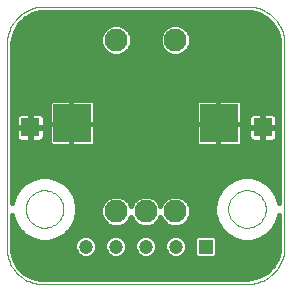
<source format=gtl>
G75*
G70*
%OFA0B0*%
%FSLAX24Y24*%
%IPPOS*%
%LPD*%
%AMOC8*
5,1,8,0,0,1.08239X$1,22.5*
%
%ADD10C,0.0000*%
%ADD11C,0.0768*%
%ADD12R,0.1266X0.1266*%
%ADD13R,0.0472X0.0472*%
%ADD14C,0.0472*%
%ADD15R,0.0600X0.0600*%
%ADD16C,0.0160*%
D10*
X001905Y000705D02*
X008655Y000705D01*
X008723Y000707D01*
X008790Y000712D01*
X008857Y000721D01*
X008924Y000734D01*
X008989Y000751D01*
X009054Y000770D01*
X009118Y000794D01*
X009180Y000821D01*
X009241Y000851D01*
X009299Y000884D01*
X009356Y000920D01*
X009411Y000960D01*
X009464Y001002D01*
X009515Y001048D01*
X009562Y001095D01*
X009608Y001146D01*
X009650Y001199D01*
X009690Y001254D01*
X009726Y001311D01*
X009759Y001369D01*
X009789Y001430D01*
X009816Y001492D01*
X009840Y001556D01*
X009859Y001621D01*
X009876Y001686D01*
X009889Y001753D01*
X009898Y001820D01*
X009903Y001887D01*
X009905Y001955D01*
X009905Y008705D01*
X009903Y008773D01*
X009898Y008840D01*
X009889Y008907D01*
X009876Y008974D01*
X009859Y009039D01*
X009840Y009104D01*
X009816Y009168D01*
X009789Y009230D01*
X009759Y009291D01*
X009726Y009349D01*
X009690Y009406D01*
X009650Y009461D01*
X009608Y009514D01*
X009562Y009565D01*
X009515Y009612D01*
X009464Y009658D01*
X009411Y009700D01*
X009356Y009740D01*
X009299Y009776D01*
X009241Y009809D01*
X009180Y009839D01*
X009118Y009866D01*
X009054Y009890D01*
X008989Y009909D01*
X008924Y009926D01*
X008857Y009939D01*
X008790Y009948D01*
X008723Y009953D01*
X008655Y009955D01*
X001905Y009955D01*
X001837Y009953D01*
X001770Y009948D01*
X001703Y009939D01*
X001636Y009926D01*
X001571Y009909D01*
X001506Y009890D01*
X001442Y009866D01*
X001380Y009839D01*
X001319Y009809D01*
X001261Y009776D01*
X001204Y009740D01*
X001149Y009700D01*
X001096Y009658D01*
X001045Y009612D01*
X000998Y009565D01*
X000952Y009514D01*
X000910Y009461D01*
X000870Y009406D01*
X000834Y009349D01*
X000801Y009291D01*
X000771Y009230D01*
X000744Y009168D01*
X000720Y009104D01*
X000701Y009039D01*
X000684Y008974D01*
X000671Y008907D01*
X000662Y008840D01*
X000657Y008773D01*
X000655Y008705D01*
X000655Y001955D01*
X000656Y001955D02*
X000654Y001889D01*
X000656Y001823D01*
X000662Y001757D01*
X000671Y001691D01*
X000684Y001626D01*
X000701Y001561D01*
X000721Y001498D01*
X000745Y001436D01*
X000772Y001376D01*
X000803Y001317D01*
X000837Y001259D01*
X000874Y001204D01*
X000914Y001151D01*
X000957Y001101D01*
X001002Y001052D01*
X001051Y001007D01*
X001101Y000964D01*
X001154Y000924D01*
X001209Y000887D01*
X001267Y000853D01*
X001326Y000822D01*
X001386Y000795D01*
X001448Y000771D01*
X001511Y000751D01*
X001576Y000734D01*
X001641Y000721D01*
X001707Y000712D01*
X001773Y000706D01*
X001839Y000704D01*
X001905Y000706D01*
X001280Y003205D02*
X001282Y003255D01*
X001288Y003304D01*
X001298Y003353D01*
X001311Y003400D01*
X001329Y003447D01*
X001350Y003492D01*
X001374Y003535D01*
X001402Y003576D01*
X001433Y003615D01*
X001467Y003651D01*
X001504Y003685D01*
X001544Y003715D01*
X001585Y003742D01*
X001629Y003766D01*
X001674Y003786D01*
X001721Y003802D01*
X001769Y003815D01*
X001818Y003824D01*
X001868Y003829D01*
X001917Y003830D01*
X001967Y003827D01*
X002016Y003820D01*
X002065Y003809D01*
X002112Y003795D01*
X002158Y003776D01*
X002203Y003754D01*
X002246Y003729D01*
X002286Y003700D01*
X002324Y003668D01*
X002360Y003634D01*
X002393Y003596D01*
X002422Y003556D01*
X002448Y003514D01*
X002471Y003470D01*
X002490Y003424D01*
X002506Y003377D01*
X002518Y003328D01*
X002526Y003279D01*
X002530Y003230D01*
X002530Y003180D01*
X002526Y003131D01*
X002518Y003082D01*
X002506Y003033D01*
X002490Y002986D01*
X002471Y002940D01*
X002448Y002896D01*
X002422Y002854D01*
X002393Y002814D01*
X002360Y002776D01*
X002324Y002742D01*
X002286Y002710D01*
X002246Y002681D01*
X002203Y002656D01*
X002158Y002634D01*
X002112Y002615D01*
X002065Y002601D01*
X002016Y002590D01*
X001967Y002583D01*
X001917Y002580D01*
X001868Y002581D01*
X001818Y002586D01*
X001769Y002595D01*
X001721Y002608D01*
X001674Y002624D01*
X001629Y002644D01*
X001585Y002668D01*
X001544Y002695D01*
X001504Y002725D01*
X001467Y002759D01*
X001433Y002795D01*
X001402Y002834D01*
X001374Y002875D01*
X001350Y002918D01*
X001329Y002963D01*
X001311Y003010D01*
X001298Y003057D01*
X001288Y003106D01*
X001282Y003155D01*
X001280Y003205D01*
X008030Y003205D02*
X008032Y003255D01*
X008038Y003304D01*
X008048Y003353D01*
X008061Y003400D01*
X008079Y003447D01*
X008100Y003492D01*
X008124Y003535D01*
X008152Y003576D01*
X008183Y003615D01*
X008217Y003651D01*
X008254Y003685D01*
X008294Y003715D01*
X008335Y003742D01*
X008379Y003766D01*
X008424Y003786D01*
X008471Y003802D01*
X008519Y003815D01*
X008568Y003824D01*
X008618Y003829D01*
X008667Y003830D01*
X008717Y003827D01*
X008766Y003820D01*
X008815Y003809D01*
X008862Y003795D01*
X008908Y003776D01*
X008953Y003754D01*
X008996Y003729D01*
X009036Y003700D01*
X009074Y003668D01*
X009110Y003634D01*
X009143Y003596D01*
X009172Y003556D01*
X009198Y003514D01*
X009221Y003470D01*
X009240Y003424D01*
X009256Y003377D01*
X009268Y003328D01*
X009276Y003279D01*
X009280Y003230D01*
X009280Y003180D01*
X009276Y003131D01*
X009268Y003082D01*
X009256Y003033D01*
X009240Y002986D01*
X009221Y002940D01*
X009198Y002896D01*
X009172Y002854D01*
X009143Y002814D01*
X009110Y002776D01*
X009074Y002742D01*
X009036Y002710D01*
X008996Y002681D01*
X008953Y002656D01*
X008908Y002634D01*
X008862Y002615D01*
X008815Y002601D01*
X008766Y002590D01*
X008717Y002583D01*
X008667Y002580D01*
X008618Y002581D01*
X008568Y002586D01*
X008519Y002595D01*
X008471Y002608D01*
X008424Y002624D01*
X008379Y002644D01*
X008335Y002668D01*
X008294Y002695D01*
X008254Y002725D01*
X008217Y002759D01*
X008183Y002795D01*
X008152Y002834D01*
X008124Y002875D01*
X008100Y002918D01*
X008079Y002963D01*
X008061Y003010D01*
X008048Y003057D01*
X008038Y003106D01*
X008032Y003155D01*
X008030Y003205D01*
D11*
X006264Y003127D03*
X005280Y003127D03*
X004296Y003127D03*
X004296Y008836D03*
X006264Y008836D03*
D12*
X007728Y006080D03*
X002832Y006080D03*
D13*
X007280Y001955D03*
D14*
X006280Y001955D03*
X005280Y001955D03*
X004280Y001955D03*
X003280Y001955D03*
D15*
X001430Y005930D03*
X009180Y005930D03*
D16*
X009356Y001156D02*
X001166Y001156D01*
X001235Y001087D02*
X001037Y001285D01*
X000900Y001531D01*
X000837Y001805D01*
X000835Y001931D01*
X000835Y001950D01*
X000839Y002020D01*
X000835Y002024D01*
X000835Y002995D01*
X000891Y002785D01*
X001035Y002537D01*
X001237Y002335D01*
X001485Y002191D01*
X001762Y002117D01*
X002048Y002117D01*
X002325Y002191D01*
X002573Y002335D01*
X002775Y002537D01*
X002919Y002785D01*
X002993Y003062D01*
X002993Y003348D01*
X002919Y003625D01*
X002775Y003873D01*
X002573Y004075D01*
X002325Y004219D01*
X002048Y004293D01*
X001762Y004293D01*
X001485Y004219D01*
X001237Y004075D01*
X001035Y003873D01*
X000891Y003625D01*
X000835Y003415D01*
X000835Y008630D01*
X000835Y008705D01*
X000844Y008845D01*
X000916Y009114D01*
X001056Y009356D01*
X001254Y009554D01*
X001496Y009694D01*
X001765Y009766D01*
X001905Y009775D01*
X008655Y009775D01*
X008795Y009766D01*
X009064Y009694D01*
X009306Y009554D01*
X009504Y009356D01*
X009644Y009114D01*
X009716Y008845D01*
X009725Y008705D01*
X009725Y003415D01*
X009669Y003625D01*
X009525Y003873D01*
X009323Y004075D01*
X009075Y004219D01*
X008798Y004293D01*
X008512Y004293D01*
X008235Y004219D01*
X007987Y004075D01*
X007785Y003873D01*
X007641Y003625D01*
X007567Y003348D01*
X007567Y003062D01*
X007641Y002785D01*
X007785Y002537D01*
X007987Y002335D01*
X008235Y002191D01*
X008512Y002117D01*
X008798Y002117D01*
X009075Y002191D01*
X009323Y002335D01*
X009525Y002537D01*
X009669Y002785D01*
X009725Y002995D01*
X009725Y001955D01*
X009716Y001815D01*
X009644Y001546D01*
X009504Y001304D01*
X009306Y001106D01*
X009064Y000966D01*
X008795Y000894D01*
X008655Y000885D01*
X001974Y000885D01*
X001970Y000889D01*
X001900Y000885D01*
X001881Y000885D01*
X001755Y000887D01*
X001481Y000950D01*
X001235Y001087D01*
X001397Y000997D02*
X009117Y000997D01*
X009510Y001314D02*
X001021Y001314D01*
X000933Y001473D02*
X009601Y001473D01*
X009666Y001631D02*
X007626Y001631D01*
X007656Y001661D02*
X007574Y001579D01*
X006986Y001579D01*
X006904Y001661D01*
X006904Y002249D01*
X006986Y002331D01*
X007574Y002331D01*
X007656Y002249D01*
X007656Y001661D01*
X007656Y001790D02*
X009709Y001790D01*
X009725Y001948D02*
X007656Y001948D01*
X007656Y002107D02*
X009725Y002107D01*
X009725Y002265D02*
X009202Y002265D01*
X009412Y002424D02*
X009725Y002424D01*
X009725Y002582D02*
X009551Y002582D01*
X009643Y002741D02*
X009725Y002741D01*
X009725Y002899D02*
X009699Y002899D01*
X009693Y003533D02*
X009725Y003533D01*
X009725Y003692D02*
X009630Y003692D01*
X009539Y003850D02*
X009725Y003850D01*
X009725Y004009D02*
X009390Y004009D01*
X009164Y004167D02*
X009725Y004167D01*
X009725Y004326D02*
X000835Y004326D01*
X000835Y004167D02*
X001396Y004167D01*
X001170Y004009D02*
X000835Y004009D01*
X000835Y003850D02*
X001021Y003850D01*
X000930Y003692D02*
X000835Y003692D01*
X000835Y003533D02*
X000867Y003533D01*
X000835Y002899D02*
X000861Y002899D01*
X000835Y002741D02*
X000917Y002741D01*
X000835Y002582D02*
X001009Y002582D01*
X001148Y002424D02*
X000835Y002424D01*
X000835Y002265D02*
X001358Y002265D01*
X000835Y002107D02*
X002936Y002107D01*
X002961Y002168D02*
X002904Y002030D01*
X002904Y001880D01*
X002961Y001742D01*
X003067Y001636D01*
X003205Y001579D01*
X003355Y001579D01*
X003493Y001636D01*
X003599Y001742D01*
X003656Y001880D01*
X003656Y002030D01*
X003599Y002168D01*
X003493Y002274D01*
X003355Y002331D01*
X003205Y002331D01*
X003067Y002274D01*
X002961Y002168D01*
X003058Y002265D02*
X002452Y002265D01*
X002662Y002424D02*
X007898Y002424D01*
X007759Y002582D02*
X002801Y002582D01*
X002893Y002741D02*
X003942Y002741D01*
X003999Y002683D02*
X004192Y002603D01*
X004400Y002603D01*
X004592Y002683D01*
X004740Y002831D01*
X004788Y002946D01*
X004836Y002831D01*
X004983Y002683D01*
X005176Y002603D01*
X005384Y002603D01*
X005577Y002683D01*
X005724Y002831D01*
X005772Y002946D01*
X005820Y002831D01*
X005968Y002683D01*
X006160Y002603D01*
X006368Y002603D01*
X006561Y002683D01*
X006708Y002831D01*
X006788Y003023D01*
X006788Y003231D01*
X006708Y003424D01*
X006561Y003571D01*
X006368Y003651D01*
X006160Y003651D01*
X005968Y003571D01*
X005820Y003424D01*
X005772Y003308D01*
X005724Y003424D01*
X005577Y003571D01*
X005384Y003651D01*
X005176Y003651D01*
X004983Y003571D01*
X004836Y003424D01*
X004788Y003308D01*
X004740Y003424D01*
X004592Y003571D01*
X004400Y003651D01*
X004192Y003651D01*
X003999Y003571D01*
X003852Y003424D01*
X003772Y003231D01*
X003772Y003023D01*
X003852Y002831D01*
X003999Y002683D01*
X003823Y002899D02*
X002949Y002899D01*
X002992Y003058D02*
X003772Y003058D01*
X003772Y003216D02*
X002993Y003216D01*
X002986Y003375D02*
X003831Y003375D01*
X003961Y003533D02*
X002943Y003533D01*
X002880Y003692D02*
X007680Y003692D01*
X007771Y003850D02*
X002789Y003850D01*
X002640Y004009D02*
X007920Y004009D01*
X008146Y004167D02*
X002414Y004167D01*
X002805Y005180D02*
X002805Y007180D01*
X002141Y006853D02*
X002059Y006771D01*
X002059Y005389D01*
X002141Y005307D01*
X003523Y005307D01*
X003605Y005389D01*
X003605Y006771D01*
X003523Y006853D01*
X002141Y006853D01*
X002059Y006703D02*
X000835Y006703D01*
X000835Y006862D02*
X009725Y006862D01*
X009725Y006703D02*
X008501Y006703D01*
X008501Y006771D02*
X008419Y006853D01*
X007037Y006853D01*
X006955Y006771D01*
X006955Y005389D01*
X007037Y005307D01*
X008419Y005307D01*
X008501Y005389D01*
X008501Y006771D01*
X008501Y006545D02*
X009725Y006545D01*
X009725Y006386D02*
X009570Y006386D01*
X009549Y006398D02*
X009504Y006410D01*
X009200Y006410D01*
X009200Y005950D01*
X009660Y005950D01*
X009660Y006254D01*
X009648Y006299D01*
X009624Y006341D01*
X009591Y006374D01*
X009549Y006398D01*
X009660Y006228D02*
X009725Y006228D01*
X009725Y006069D02*
X009660Y006069D01*
X009660Y005910D02*
X009200Y005910D01*
X009200Y005950D01*
X009160Y005950D01*
X009160Y006410D01*
X008856Y006410D01*
X008811Y006398D01*
X008769Y006374D01*
X008736Y006341D01*
X008712Y006299D01*
X008700Y006254D01*
X008700Y005950D01*
X009160Y005950D01*
X009160Y005910D01*
X009200Y005910D01*
X009200Y005450D01*
X009504Y005450D01*
X009549Y005462D01*
X009591Y005486D01*
X009624Y005519D01*
X009648Y005561D01*
X009660Y005606D01*
X009660Y005910D01*
X009725Y005911D02*
X009200Y005911D01*
X009160Y005911D02*
X008501Y005911D01*
X008555Y006055D02*
X006805Y006055D01*
X006955Y006069D02*
X003605Y006069D01*
X003605Y005911D02*
X006955Y005911D01*
X006955Y005752D02*
X003605Y005752D01*
X003605Y005594D02*
X006955Y005594D01*
X006955Y005435D02*
X003605Y005435D01*
X003805Y006055D02*
X002055Y006055D01*
X002059Y006069D02*
X001910Y006069D01*
X001910Y005950D02*
X001910Y006254D01*
X001898Y006299D01*
X001874Y006341D01*
X001841Y006374D01*
X001799Y006398D01*
X001754Y006410D01*
X001450Y006410D01*
X001450Y005950D01*
X001910Y005950D01*
X001910Y005910D02*
X001450Y005910D01*
X001450Y005950D01*
X001410Y005950D01*
X001410Y006410D01*
X001106Y006410D01*
X001061Y006398D01*
X001019Y006374D01*
X000986Y006341D01*
X000962Y006299D01*
X000950Y006254D01*
X000950Y005950D01*
X001410Y005950D01*
X001410Y005910D01*
X001450Y005910D01*
X001450Y005450D01*
X001754Y005450D01*
X001799Y005462D01*
X001841Y005486D01*
X001874Y005519D01*
X001898Y005561D01*
X001910Y005606D01*
X001910Y005910D01*
X002059Y005911D02*
X001450Y005911D01*
X001410Y005911D02*
X000835Y005911D01*
X000950Y005910D02*
X000950Y005606D01*
X000962Y005561D01*
X000986Y005519D01*
X001019Y005486D01*
X001061Y005462D01*
X001106Y005450D01*
X001410Y005450D01*
X001410Y005910D01*
X000950Y005910D01*
X000950Y006069D02*
X000835Y006069D01*
X000835Y006228D02*
X000950Y006228D01*
X001040Y006386D02*
X000835Y006386D01*
X000835Y006545D02*
X002059Y006545D01*
X002059Y006386D02*
X001820Y006386D01*
X001910Y006228D02*
X002059Y006228D01*
X002059Y005752D02*
X001910Y005752D01*
X001907Y005594D02*
X002059Y005594D01*
X002059Y005435D02*
X000835Y005435D01*
X000835Y005277D02*
X009725Y005277D01*
X009725Y005435D02*
X008501Y005435D01*
X008501Y005594D02*
X008703Y005594D01*
X008700Y005606D02*
X008712Y005561D01*
X008736Y005519D01*
X008769Y005486D01*
X008811Y005462D01*
X008856Y005450D01*
X009160Y005450D01*
X009160Y005910D01*
X008700Y005910D01*
X008700Y005606D01*
X008700Y005752D02*
X008501Y005752D01*
X008501Y006069D02*
X008700Y006069D01*
X008700Y006228D02*
X008501Y006228D01*
X008501Y006386D02*
X008790Y006386D01*
X009160Y006386D02*
X009200Y006386D01*
X009200Y006228D02*
X009160Y006228D01*
X009160Y006069D02*
X009200Y006069D01*
X009200Y005752D02*
X009160Y005752D01*
X009160Y005594D02*
X009200Y005594D01*
X009657Y005594D02*
X009725Y005594D01*
X009725Y005752D02*
X009660Y005752D01*
X009725Y005118D02*
X000835Y005118D01*
X000835Y004960D02*
X009725Y004960D01*
X009725Y004801D02*
X000835Y004801D01*
X000835Y004643D02*
X009725Y004643D01*
X009725Y004484D02*
X000835Y004484D01*
X000835Y005594D02*
X000953Y005594D01*
X000950Y005752D02*
X000835Y005752D01*
X001410Y005752D02*
X001450Y005752D01*
X001450Y005594D02*
X001410Y005594D01*
X001410Y006069D02*
X001450Y006069D01*
X001450Y006228D02*
X001410Y006228D01*
X001410Y006386D02*
X001450Y006386D01*
X000835Y007020D02*
X009725Y007020D01*
X009725Y007179D02*
X000835Y007179D01*
X000835Y007337D02*
X009725Y007337D01*
X009725Y007496D02*
X000835Y007496D01*
X000835Y007654D02*
X009725Y007654D01*
X009725Y007813D02*
X000835Y007813D01*
X000835Y007971D02*
X009725Y007971D01*
X009725Y008130D02*
X000835Y008130D01*
X000835Y008288D02*
X009725Y008288D01*
X009725Y008447D02*
X006616Y008447D01*
X006561Y008392D02*
X006708Y008539D01*
X006788Y008732D01*
X006788Y008940D01*
X006708Y009133D01*
X006561Y009280D01*
X006368Y009360D01*
X006160Y009360D01*
X005968Y009280D01*
X005820Y009133D01*
X005740Y008940D01*
X005740Y008732D01*
X005820Y008539D01*
X005968Y008392D01*
X006160Y008312D01*
X006368Y008312D01*
X006561Y008392D01*
X006736Y008605D02*
X009725Y008605D01*
X009721Y008764D02*
X006788Y008764D01*
X006788Y008922D02*
X009695Y008922D01*
X009653Y009081D02*
X006730Y009081D01*
X006602Y009239D02*
X009572Y009239D01*
X009463Y009398D02*
X001097Y009398D01*
X000988Y009239D02*
X003958Y009239D01*
X003999Y009280D02*
X003852Y009133D01*
X003772Y008940D01*
X003772Y008732D01*
X003852Y008539D01*
X003999Y008392D01*
X004192Y008312D01*
X004400Y008312D01*
X004592Y008392D01*
X004740Y008539D01*
X004820Y008732D01*
X004820Y008940D01*
X004740Y009133D01*
X004592Y009280D01*
X004400Y009360D01*
X004192Y009360D01*
X003999Y009280D01*
X003830Y009081D02*
X000907Y009081D01*
X000865Y008922D02*
X003772Y008922D01*
X003772Y008764D02*
X000839Y008764D01*
X000835Y008605D02*
X003824Y008605D01*
X003944Y008447D02*
X000835Y008447D01*
X001257Y009556D02*
X009303Y009556D01*
X008986Y009715D02*
X001574Y009715D01*
X003605Y006703D02*
X006955Y006703D01*
X006955Y006545D02*
X003605Y006545D01*
X003605Y006386D02*
X006955Y006386D01*
X006955Y006228D02*
X003605Y006228D01*
X004647Y008447D02*
X005913Y008447D01*
X005793Y008605D02*
X004767Y008605D01*
X004820Y008764D02*
X005740Y008764D01*
X005740Y008922D02*
X004820Y008922D01*
X004761Y009081D02*
X005799Y009081D01*
X005927Y009239D02*
X004633Y009239D01*
X007680Y007180D02*
X007680Y004930D01*
X007617Y003533D02*
X006599Y003533D01*
X006729Y003375D02*
X007574Y003375D01*
X007567Y003216D02*
X006788Y003216D01*
X006788Y003058D02*
X007568Y003058D01*
X007611Y002899D02*
X006737Y002899D01*
X006618Y002741D02*
X007667Y002741D01*
X007640Y002265D02*
X008108Y002265D01*
X006920Y002265D02*
X006502Y002265D01*
X006493Y002274D02*
X006355Y002331D01*
X006205Y002331D01*
X006067Y002274D01*
X005961Y002168D01*
X005904Y002030D01*
X005904Y001880D01*
X005961Y001742D01*
X006067Y001636D01*
X006205Y001579D01*
X006355Y001579D01*
X006493Y001636D01*
X006599Y001742D01*
X006656Y001880D01*
X006656Y002030D01*
X006599Y002168D01*
X006493Y002274D01*
X006624Y002107D02*
X006904Y002107D01*
X006904Y001948D02*
X006656Y001948D01*
X006619Y001790D02*
X006904Y001790D01*
X006934Y001631D02*
X006481Y001631D01*
X006079Y001631D02*
X005481Y001631D01*
X005493Y001636D02*
X005599Y001742D01*
X005656Y001880D01*
X005656Y002030D01*
X005599Y002168D01*
X005493Y002274D01*
X005355Y002331D01*
X005205Y002331D01*
X005067Y002274D01*
X004961Y002168D01*
X004904Y002030D01*
X004904Y001880D01*
X004961Y001742D01*
X005067Y001636D01*
X005205Y001579D01*
X005355Y001579D01*
X005493Y001636D01*
X005619Y001790D02*
X005941Y001790D01*
X005904Y001948D02*
X005656Y001948D01*
X005624Y002107D02*
X005936Y002107D01*
X006058Y002265D02*
X005502Y002265D01*
X005058Y002265D02*
X004502Y002265D01*
X004493Y002274D02*
X004355Y002331D01*
X004205Y002331D01*
X004067Y002274D01*
X003961Y002168D01*
X003904Y002030D01*
X003904Y001880D01*
X003961Y001742D01*
X004067Y001636D01*
X004205Y001579D01*
X004355Y001579D01*
X004493Y001636D01*
X004599Y001742D01*
X004656Y001880D01*
X004656Y002030D01*
X004599Y002168D01*
X004493Y002274D01*
X004624Y002107D02*
X004936Y002107D01*
X004904Y001948D02*
X004656Y001948D01*
X004619Y001790D02*
X004941Y001790D01*
X005079Y001631D02*
X004481Y001631D01*
X004079Y001631D02*
X003481Y001631D01*
X003619Y001790D02*
X003941Y001790D01*
X003904Y001948D02*
X003656Y001948D01*
X003624Y002107D02*
X003936Y002107D01*
X004058Y002265D02*
X003502Y002265D01*
X002904Y001948D02*
X000835Y001948D01*
X000841Y001790D02*
X002941Y001790D01*
X003079Y001631D02*
X000877Y001631D01*
X004650Y002741D02*
X004926Y002741D01*
X004808Y002899D02*
X004768Y002899D01*
X004760Y003375D02*
X004815Y003375D01*
X004945Y003533D02*
X004631Y003533D01*
X005615Y003533D02*
X005929Y003533D01*
X005800Y003375D02*
X005745Y003375D01*
X005752Y002899D02*
X005792Y002899D01*
X005910Y002741D02*
X005634Y002741D01*
M02*

</source>
